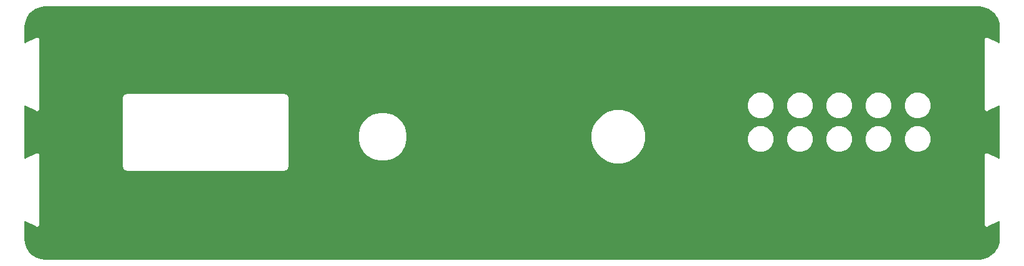
<source format=gbr>
G04 EAGLE Gerber RS-274X export*
G75*
%MOMM*%
%FSLAX34Y34*%
%LPD*%
%INTop Copper*%
%IPPOS*%
%AMOC8*
5,1,8,0,0,1.08239X$1,22.5*%
G01*
%ADD10C,4.316000*%

G36*
X1300022Y2543D02*
X1300022Y2543D01*
X1300100Y2545D01*
X1304197Y2867D01*
X1304264Y2881D01*
X1304333Y2885D01*
X1304489Y2925D01*
X1312282Y5457D01*
X1312390Y5508D01*
X1312500Y5551D01*
X1312551Y5584D01*
X1312570Y5593D01*
X1312586Y5606D01*
X1312636Y5638D01*
X1319265Y10454D01*
X1319352Y10535D01*
X1319443Y10611D01*
X1319482Y10658D01*
X1319497Y10672D01*
X1319508Y10689D01*
X1319546Y10735D01*
X1324362Y17364D01*
X1324420Y17468D01*
X1324483Y17568D01*
X1324506Y17625D01*
X1324516Y17643D01*
X1324521Y17662D01*
X1324543Y17718D01*
X1327075Y25511D01*
X1327088Y25579D01*
X1327110Y25644D01*
X1327133Y25803D01*
X1327455Y29900D01*
X1327454Y29922D01*
X1327459Y30000D01*
X1327459Y53835D01*
X1327447Y53929D01*
X1327445Y54024D01*
X1327428Y54086D01*
X1327419Y54151D01*
X1327385Y54239D01*
X1327359Y54330D01*
X1327326Y54386D01*
X1327302Y54447D01*
X1327247Y54523D01*
X1327199Y54605D01*
X1327154Y54651D01*
X1327116Y54704D01*
X1327043Y54764D01*
X1326976Y54832D01*
X1326921Y54865D01*
X1326871Y54907D01*
X1326785Y54947D01*
X1326704Y54996D01*
X1326642Y55015D01*
X1326583Y55042D01*
X1326490Y55060D01*
X1326399Y55087D01*
X1326334Y55090D01*
X1326271Y55102D01*
X1326176Y55096D01*
X1326082Y55100D01*
X1326018Y55086D01*
X1325953Y55082D01*
X1325863Y55053D01*
X1325771Y55033D01*
X1325668Y54990D01*
X1325651Y54984D01*
X1325642Y54979D01*
X1325622Y54971D01*
X1311689Y48004D01*
X1311587Y47935D01*
X1311480Y47873D01*
X1311441Y47838D01*
X1311425Y47827D01*
X1311411Y47811D01*
X1311359Y47766D01*
X1311052Y47459D01*
X1310899Y47459D01*
X1310845Y47452D01*
X1310791Y47455D01*
X1310688Y47433D01*
X1310584Y47419D01*
X1310533Y47399D01*
X1310480Y47388D01*
X1310332Y47325D01*
X1310195Y47257D01*
X1309783Y47394D01*
X1309662Y47418D01*
X1309542Y47449D01*
X1309490Y47452D01*
X1309471Y47456D01*
X1309450Y47455D01*
X1309382Y47459D01*
X1308948Y47459D01*
X1308839Y47567D01*
X1308796Y47601D01*
X1308759Y47641D01*
X1308671Y47698D01*
X1308588Y47762D01*
X1308538Y47784D01*
X1308492Y47814D01*
X1308343Y47874D01*
X1308198Y47922D01*
X1308004Y48311D01*
X1307935Y48413D01*
X1307873Y48520D01*
X1307838Y48559D01*
X1307827Y48575D01*
X1307811Y48589D01*
X1307766Y48641D01*
X1307459Y48948D01*
X1307459Y49101D01*
X1307452Y49155D01*
X1307455Y49209D01*
X1307433Y49312D01*
X1307419Y49416D01*
X1307399Y49467D01*
X1307388Y49520D01*
X1307325Y49668D01*
X1307257Y49805D01*
X1307394Y50217D01*
X1307418Y50338D01*
X1307449Y50458D01*
X1307452Y50510D01*
X1307456Y50529D01*
X1307455Y50550D01*
X1307459Y50618D01*
X1307459Y144382D01*
X1307444Y144504D01*
X1307435Y144627D01*
X1307422Y144678D01*
X1307419Y144697D01*
X1307412Y144717D01*
X1307394Y144783D01*
X1307257Y145195D01*
X1307325Y145332D01*
X1307343Y145383D01*
X1307370Y145431D01*
X1307396Y145533D01*
X1307431Y145632D01*
X1307435Y145686D01*
X1307449Y145739D01*
X1307459Y145899D01*
X1307459Y146052D01*
X1307766Y146359D01*
X1307842Y146457D01*
X1307923Y146550D01*
X1307949Y146596D01*
X1307961Y146611D01*
X1307970Y146630D01*
X1308004Y146689D01*
X1308198Y147078D01*
X1308343Y147126D01*
X1308392Y147149D01*
X1308445Y147165D01*
X1308535Y147218D01*
X1308630Y147263D01*
X1308672Y147299D01*
X1308719Y147326D01*
X1308839Y147433D01*
X1308948Y147541D01*
X1309382Y147541D01*
X1309504Y147556D01*
X1309627Y147565D01*
X1309678Y147578D01*
X1309697Y147581D01*
X1309717Y147588D01*
X1309783Y147606D01*
X1310195Y147743D01*
X1310332Y147675D01*
X1310383Y147657D01*
X1310431Y147630D01*
X1310533Y147604D01*
X1310632Y147569D01*
X1310686Y147565D01*
X1310739Y147551D01*
X1310899Y147541D01*
X1311052Y147541D01*
X1311359Y147234D01*
X1311457Y147158D01*
X1311550Y147077D01*
X1311596Y147051D01*
X1311611Y147039D01*
X1311630Y147030D01*
X1311689Y146996D01*
X1325622Y140029D01*
X1325712Y139998D01*
X1325797Y139958D01*
X1325861Y139946D01*
X1325922Y139924D01*
X1326017Y139916D01*
X1326110Y139898D01*
X1326174Y139902D01*
X1326239Y139896D01*
X1326333Y139912D01*
X1326427Y139918D01*
X1326489Y139938D01*
X1326553Y139948D01*
X1326640Y139987D01*
X1326729Y140016D01*
X1326784Y140051D01*
X1326844Y140077D01*
X1326918Y140135D01*
X1326998Y140186D01*
X1327043Y140233D01*
X1327094Y140274D01*
X1327151Y140349D01*
X1327216Y140418D01*
X1327247Y140474D01*
X1327287Y140526D01*
X1327324Y140613D01*
X1327370Y140696D01*
X1327386Y140759D01*
X1327411Y140819D01*
X1327425Y140913D01*
X1327449Y141004D01*
X1327456Y141115D01*
X1327459Y141133D01*
X1327458Y141143D01*
X1327459Y141165D01*
X1327459Y211335D01*
X1327447Y211429D01*
X1327445Y211524D01*
X1327428Y211586D01*
X1327419Y211651D01*
X1327385Y211739D01*
X1327359Y211830D01*
X1327326Y211886D01*
X1327302Y211947D01*
X1327247Y212023D01*
X1327199Y212105D01*
X1327154Y212151D01*
X1327116Y212204D01*
X1327043Y212264D01*
X1326976Y212332D01*
X1326921Y212365D01*
X1326871Y212407D01*
X1326785Y212447D01*
X1326704Y212496D01*
X1326642Y212515D01*
X1326583Y212542D01*
X1326490Y212560D01*
X1326399Y212587D01*
X1326334Y212590D01*
X1326271Y212602D01*
X1326176Y212596D01*
X1326082Y212600D01*
X1326018Y212586D01*
X1325953Y212582D01*
X1325863Y212553D01*
X1325771Y212533D01*
X1325668Y212490D01*
X1325651Y212484D01*
X1325642Y212479D01*
X1325622Y212471D01*
X1311689Y205504D01*
X1311630Y205465D01*
X1311628Y205464D01*
X1311619Y205457D01*
X1311587Y205435D01*
X1311480Y205373D01*
X1311441Y205338D01*
X1311425Y205327D01*
X1311411Y205311D01*
X1311374Y205279D01*
X1311371Y205277D01*
X1311370Y205275D01*
X1311359Y205266D01*
X1311052Y204959D01*
X1310899Y204959D01*
X1310845Y204952D01*
X1310791Y204955D01*
X1310688Y204933D01*
X1310584Y204919D01*
X1310533Y204899D01*
X1310480Y204888D01*
X1310332Y204825D01*
X1310195Y204757D01*
X1309783Y204894D01*
X1309662Y204918D01*
X1309542Y204949D01*
X1309490Y204952D01*
X1309471Y204956D01*
X1309450Y204955D01*
X1309382Y204959D01*
X1308948Y204959D01*
X1308839Y205067D01*
X1308796Y205101D01*
X1308759Y205141D01*
X1308671Y205198D01*
X1308588Y205262D01*
X1308538Y205284D01*
X1308492Y205314D01*
X1308343Y205374D01*
X1308198Y205422D01*
X1308004Y205811D01*
X1307935Y205913D01*
X1307873Y206020D01*
X1307838Y206059D01*
X1307827Y206075D01*
X1307811Y206089D01*
X1307766Y206141D01*
X1307459Y206448D01*
X1307459Y206601D01*
X1307452Y206655D01*
X1307455Y206709D01*
X1307433Y206812D01*
X1307419Y206916D01*
X1307399Y206967D01*
X1307388Y207020D01*
X1307325Y207168D01*
X1307257Y207305D01*
X1307394Y207717D01*
X1307418Y207838D01*
X1307449Y207958D01*
X1307452Y208010D01*
X1307456Y208029D01*
X1307455Y208050D01*
X1307459Y208118D01*
X1307459Y301882D01*
X1307444Y302004D01*
X1307435Y302127D01*
X1307422Y302178D01*
X1307419Y302197D01*
X1307412Y302217D01*
X1307394Y302283D01*
X1307257Y302695D01*
X1307325Y302832D01*
X1307343Y302883D01*
X1307370Y302931D01*
X1307396Y303033D01*
X1307431Y303132D01*
X1307435Y303186D01*
X1307449Y303239D01*
X1307459Y303399D01*
X1307459Y303552D01*
X1307766Y303859D01*
X1307842Y303957D01*
X1307923Y304050D01*
X1307949Y304096D01*
X1307961Y304111D01*
X1307970Y304130D01*
X1308004Y304189D01*
X1308198Y304578D01*
X1308343Y304626D01*
X1308392Y304649D01*
X1308445Y304665D01*
X1308535Y304718D01*
X1308630Y304763D01*
X1308672Y304798D01*
X1308719Y304826D01*
X1308839Y304933D01*
X1308948Y305041D01*
X1309382Y305041D01*
X1309504Y305056D01*
X1309627Y305065D01*
X1309678Y305078D01*
X1309697Y305081D01*
X1309717Y305088D01*
X1309783Y305106D01*
X1310195Y305243D01*
X1310332Y305175D01*
X1310383Y305157D01*
X1310431Y305130D01*
X1310533Y305104D01*
X1310632Y305069D01*
X1310686Y305065D01*
X1310739Y305051D01*
X1310899Y305041D01*
X1311052Y305041D01*
X1311359Y304734D01*
X1311457Y304658D01*
X1311550Y304577D01*
X1311596Y304551D01*
X1311611Y304539D01*
X1311630Y304530D01*
X1311689Y304496D01*
X1325622Y297529D01*
X1325712Y297498D01*
X1325797Y297458D01*
X1325861Y297446D01*
X1325922Y297424D01*
X1326017Y297416D01*
X1326110Y297398D01*
X1326174Y297402D01*
X1326239Y297396D01*
X1326333Y297412D01*
X1326427Y297418D01*
X1326489Y297438D01*
X1326553Y297448D01*
X1326640Y297487D01*
X1326729Y297516D01*
X1326784Y297551D01*
X1326844Y297577D01*
X1326918Y297635D01*
X1326998Y297686D01*
X1327043Y297733D01*
X1327094Y297774D01*
X1327151Y297849D01*
X1327216Y297918D01*
X1327247Y297974D01*
X1327287Y298026D01*
X1327324Y298113D01*
X1327370Y298196D01*
X1327386Y298259D01*
X1327411Y298319D01*
X1327425Y298413D01*
X1327449Y298504D01*
X1327456Y298615D01*
X1327459Y298633D01*
X1327458Y298643D01*
X1327459Y298665D01*
X1327459Y320000D01*
X1327457Y320022D01*
X1327455Y320100D01*
X1327133Y324197D01*
X1327119Y324264D01*
X1327115Y324333D01*
X1327075Y324489D01*
X1324543Y332282D01*
X1324492Y332390D01*
X1324449Y332500D01*
X1324416Y332551D01*
X1324407Y332570D01*
X1324394Y332586D01*
X1324362Y332636D01*
X1319546Y339265D01*
X1319465Y339352D01*
X1319389Y339443D01*
X1319342Y339482D01*
X1319328Y339497D01*
X1319311Y339508D01*
X1319265Y339546D01*
X1312636Y344362D01*
X1312532Y344420D01*
X1312432Y344483D01*
X1312375Y344506D01*
X1312357Y344516D01*
X1312338Y344521D01*
X1312282Y344543D01*
X1304489Y347075D01*
X1304421Y347088D01*
X1304356Y347110D01*
X1304197Y347133D01*
X1300100Y347455D01*
X1300078Y347454D01*
X1300000Y347459D01*
X30000Y347459D01*
X29978Y347457D01*
X29900Y347455D01*
X25803Y347133D01*
X25736Y347119D01*
X25667Y347115D01*
X25511Y347075D01*
X17718Y344543D01*
X17610Y344492D01*
X17500Y344449D01*
X17449Y344416D01*
X17430Y344407D01*
X17414Y344394D01*
X17364Y344362D01*
X10735Y339546D01*
X10648Y339465D01*
X10557Y339389D01*
X10518Y339342D01*
X10503Y339328D01*
X10492Y339311D01*
X10454Y339265D01*
X5638Y332636D01*
X5580Y332532D01*
X5517Y332432D01*
X5494Y332375D01*
X5484Y332357D01*
X5479Y332338D01*
X5457Y332282D01*
X2925Y324489D01*
X2912Y324421D01*
X2890Y324356D01*
X2867Y324197D01*
X2545Y320100D01*
X2546Y320078D01*
X2541Y320000D01*
X2541Y298665D01*
X2553Y298571D01*
X2555Y298476D01*
X2572Y298414D01*
X2581Y298349D01*
X2615Y298261D01*
X2641Y298170D01*
X2674Y298114D01*
X2698Y298053D01*
X2753Y297977D01*
X2801Y297895D01*
X2846Y297849D01*
X2884Y297796D01*
X2957Y297736D01*
X3024Y297668D01*
X3079Y297635D01*
X3129Y297593D01*
X3215Y297553D01*
X3296Y297504D01*
X3358Y297485D01*
X3417Y297458D01*
X3510Y297440D01*
X3601Y297413D01*
X3666Y297410D01*
X3729Y297398D01*
X3824Y297404D01*
X3918Y297400D01*
X3982Y297414D01*
X4047Y297418D01*
X4137Y297447D01*
X4229Y297467D01*
X4332Y297510D01*
X4349Y297516D01*
X4358Y297521D01*
X4378Y297529D01*
X18311Y304496D01*
X18413Y304565D01*
X18520Y304627D01*
X18559Y304662D01*
X18575Y304673D01*
X18589Y304689D01*
X18641Y304734D01*
X18948Y305041D01*
X19101Y305041D01*
X19155Y305048D01*
X19209Y305045D01*
X19312Y305067D01*
X19416Y305081D01*
X19467Y305101D01*
X19520Y305112D01*
X19668Y305175D01*
X19805Y305243D01*
X20217Y305106D01*
X20338Y305082D01*
X20458Y305051D01*
X20510Y305048D01*
X20529Y305044D01*
X20550Y305045D01*
X20618Y305041D01*
X21052Y305041D01*
X21161Y304933D01*
X21204Y304899D01*
X21241Y304859D01*
X21329Y304802D01*
X21412Y304738D01*
X21462Y304716D01*
X21508Y304686D01*
X21657Y304626D01*
X21802Y304578D01*
X21996Y304189D01*
X22064Y304087D01*
X22127Y303980D01*
X22162Y303941D01*
X22173Y303925D01*
X22189Y303911D01*
X22234Y303859D01*
X22541Y303552D01*
X22541Y303399D01*
X22548Y303345D01*
X22545Y303291D01*
X22567Y303188D01*
X22581Y303084D01*
X22601Y303033D01*
X22612Y302980D01*
X22675Y302832D01*
X22743Y302695D01*
X22606Y302283D01*
X22582Y302162D01*
X22551Y302042D01*
X22548Y301990D01*
X22544Y301971D01*
X22545Y301950D01*
X22541Y301882D01*
X22541Y208118D01*
X22556Y207996D01*
X22565Y207873D01*
X22578Y207822D01*
X22581Y207803D01*
X22588Y207783D01*
X22606Y207717D01*
X22743Y207305D01*
X22675Y207168D01*
X22657Y207117D01*
X22630Y207069D01*
X22604Y206968D01*
X22569Y206868D01*
X22565Y206814D01*
X22551Y206761D01*
X22541Y206601D01*
X22541Y206448D01*
X22234Y206141D01*
X22158Y206043D01*
X22077Y205950D01*
X22050Y205904D01*
X22039Y205889D01*
X22030Y205870D01*
X21996Y205811D01*
X21802Y205422D01*
X21657Y205374D01*
X21608Y205351D01*
X21555Y205335D01*
X21465Y205282D01*
X21370Y205237D01*
X21328Y205202D01*
X21281Y205174D01*
X21161Y205067D01*
X21052Y204959D01*
X20618Y204959D01*
X20496Y204944D01*
X20373Y204935D01*
X20322Y204922D01*
X20303Y204919D01*
X20283Y204912D01*
X20217Y204894D01*
X19805Y204757D01*
X19668Y204825D01*
X19617Y204843D01*
X19569Y204870D01*
X19468Y204896D01*
X19368Y204931D01*
X19314Y204935D01*
X19261Y204949D01*
X19101Y204959D01*
X18948Y204959D01*
X18641Y205266D01*
X18556Y205332D01*
X18507Y205378D01*
X18493Y205386D01*
X18450Y205423D01*
X18404Y205449D01*
X18389Y205461D01*
X18370Y205470D01*
X18311Y205504D01*
X4378Y212471D01*
X4288Y212502D01*
X4203Y212542D01*
X4139Y212554D01*
X4078Y212576D01*
X3983Y212584D01*
X3890Y212602D01*
X3826Y212598D01*
X3761Y212604D01*
X3667Y212588D01*
X3573Y212582D01*
X3511Y212562D01*
X3447Y212552D01*
X3360Y212513D01*
X3271Y212484D01*
X3216Y212449D01*
X3156Y212423D01*
X3082Y212365D01*
X3002Y212314D01*
X2957Y212267D01*
X2906Y212226D01*
X2849Y212151D01*
X2784Y212082D01*
X2753Y212026D01*
X2713Y211974D01*
X2676Y211886D01*
X2630Y211804D01*
X2614Y211741D01*
X2589Y211681D01*
X2575Y211587D01*
X2551Y211496D01*
X2544Y211385D01*
X2541Y211367D01*
X2542Y211357D01*
X2541Y211335D01*
X2541Y141165D01*
X2553Y141071D01*
X2555Y140976D01*
X2572Y140914D01*
X2581Y140849D01*
X2615Y140761D01*
X2641Y140670D01*
X2674Y140614D01*
X2698Y140553D01*
X2753Y140477D01*
X2801Y140395D01*
X2846Y140349D01*
X2884Y140296D01*
X2957Y140236D01*
X3024Y140168D01*
X3079Y140135D01*
X3129Y140093D01*
X3215Y140053D01*
X3296Y140004D01*
X3358Y139985D01*
X3417Y139958D01*
X3510Y139940D01*
X3601Y139913D01*
X3666Y139910D01*
X3729Y139898D01*
X3824Y139904D01*
X3918Y139900D01*
X3982Y139914D01*
X4047Y139918D01*
X4137Y139947D01*
X4229Y139967D01*
X4332Y140010D01*
X4349Y140016D01*
X4358Y140021D01*
X4378Y140029D01*
X18311Y146996D01*
X18413Y147065D01*
X18520Y147127D01*
X18559Y147162D01*
X18575Y147173D01*
X18589Y147189D01*
X18641Y147234D01*
X18948Y147541D01*
X19101Y147541D01*
X19155Y147548D01*
X19209Y147545D01*
X19312Y147567D01*
X19416Y147581D01*
X19467Y147601D01*
X19520Y147612D01*
X19668Y147675D01*
X19805Y147743D01*
X20217Y147606D01*
X20338Y147582D01*
X20458Y147551D01*
X20510Y147548D01*
X20529Y147544D01*
X20550Y147545D01*
X20618Y147541D01*
X21052Y147541D01*
X21161Y147433D01*
X21204Y147399D01*
X21241Y147359D01*
X21329Y147302D01*
X21412Y147238D01*
X21462Y147216D01*
X21508Y147186D01*
X21657Y147126D01*
X21802Y147078D01*
X21996Y146689D01*
X22065Y146587D01*
X22127Y146480D01*
X22162Y146441D01*
X22173Y146425D01*
X22189Y146411D01*
X22234Y146359D01*
X22541Y146052D01*
X22541Y145899D01*
X22548Y145845D01*
X22545Y145791D01*
X22567Y145688D01*
X22581Y145584D01*
X22601Y145533D01*
X22612Y145480D01*
X22675Y145332D01*
X22743Y145195D01*
X22606Y144783D01*
X22582Y144662D01*
X22551Y144542D01*
X22548Y144490D01*
X22544Y144471D01*
X22545Y144450D01*
X22541Y144382D01*
X22541Y50618D01*
X22556Y50496D01*
X22565Y50373D01*
X22578Y50322D01*
X22581Y50303D01*
X22588Y50283D01*
X22606Y50217D01*
X22743Y49805D01*
X22675Y49668D01*
X22657Y49617D01*
X22630Y49569D01*
X22604Y49468D01*
X22569Y49368D01*
X22565Y49314D01*
X22551Y49261D01*
X22541Y49101D01*
X22541Y48948D01*
X22234Y48641D01*
X22158Y48543D01*
X22077Y48450D01*
X22050Y48404D01*
X22039Y48389D01*
X22030Y48370D01*
X21996Y48311D01*
X21802Y47922D01*
X21657Y47874D01*
X21608Y47851D01*
X21555Y47835D01*
X21465Y47782D01*
X21370Y47737D01*
X21328Y47702D01*
X21281Y47674D01*
X21161Y47567D01*
X21052Y47459D01*
X20618Y47459D01*
X20496Y47444D01*
X20373Y47435D01*
X20322Y47422D01*
X20303Y47419D01*
X20283Y47412D01*
X20217Y47394D01*
X19805Y47257D01*
X19668Y47325D01*
X19617Y47343D01*
X19569Y47370D01*
X19468Y47396D01*
X19368Y47431D01*
X19314Y47435D01*
X19261Y47449D01*
X19101Y47459D01*
X18948Y47459D01*
X18641Y47766D01*
X18543Y47842D01*
X18450Y47923D01*
X18404Y47949D01*
X18389Y47961D01*
X18370Y47970D01*
X18311Y48004D01*
X4378Y54971D01*
X4288Y55002D01*
X4203Y55042D01*
X4139Y55054D01*
X4078Y55076D01*
X3983Y55084D01*
X3890Y55102D01*
X3826Y55098D01*
X3761Y55104D01*
X3667Y55088D01*
X3573Y55082D01*
X3511Y55062D01*
X3447Y55052D01*
X3360Y55013D01*
X3271Y54984D01*
X3216Y54949D01*
X3156Y54923D01*
X3082Y54865D01*
X3002Y54814D01*
X2957Y54767D01*
X2906Y54726D01*
X2849Y54651D01*
X2784Y54582D01*
X2753Y54526D01*
X2713Y54474D01*
X2676Y54387D01*
X2630Y54304D01*
X2614Y54241D01*
X2589Y54181D01*
X2575Y54087D01*
X2551Y53996D01*
X2544Y53885D01*
X2541Y53867D01*
X2542Y53857D01*
X2541Y53835D01*
X2541Y30000D01*
X2543Y29978D01*
X2545Y29900D01*
X2867Y25803D01*
X2881Y25736D01*
X2885Y25667D01*
X2925Y25511D01*
X5457Y17718D01*
X5508Y17610D01*
X5551Y17500D01*
X5584Y17449D01*
X5593Y17430D01*
X5606Y17414D01*
X5638Y17364D01*
X10454Y10735D01*
X10535Y10648D01*
X10611Y10557D01*
X10658Y10518D01*
X10672Y10503D01*
X10689Y10492D01*
X10735Y10454D01*
X10810Y10399D01*
X17364Y5638D01*
X17468Y5580D01*
X17568Y5517D01*
X17625Y5494D01*
X17643Y5484D01*
X17662Y5479D01*
X17718Y5457D01*
X25511Y2925D01*
X25579Y2912D01*
X25644Y2890D01*
X25803Y2867D01*
X29900Y2545D01*
X29922Y2546D01*
X30000Y2541D01*
X1300000Y2541D01*
X1300022Y2543D01*
G37*
%LPC*%
G36*
X141809Y123459D02*
X141809Y123459D01*
X138310Y125480D01*
X136289Y128979D01*
X136289Y223021D01*
X138310Y226520D01*
X141809Y228541D01*
X355851Y228541D01*
X359350Y226520D01*
X361371Y223021D01*
X361371Y128979D01*
X359350Y125480D01*
X355851Y123459D01*
X141809Y123459D01*
G37*
%LPD*%
%LPC*%
G36*
X804522Y133709D02*
X804522Y133709D01*
X795292Y136182D01*
X787017Y140960D01*
X780260Y147717D01*
X775482Y155992D01*
X773009Y165222D01*
X773009Y174778D01*
X775482Y184008D01*
X780260Y192283D01*
X787017Y199040D01*
X795292Y203818D01*
X804522Y206291D01*
X814078Y206291D01*
X823308Y203818D01*
X831583Y199040D01*
X838340Y192283D01*
X843118Y184008D01*
X845591Y174778D01*
X845591Y165222D01*
X843118Y155992D01*
X838340Y147717D01*
X831583Y140960D01*
X823308Y136182D01*
X814078Y133709D01*
X804522Y133709D01*
G37*
%LPD*%
%LPC*%
G36*
X485016Y137459D02*
X485016Y137459D01*
X476740Y139677D01*
X469319Y143961D01*
X463261Y150019D01*
X458977Y157440D01*
X456759Y165716D01*
X456759Y174284D01*
X458977Y182560D01*
X463261Y189981D01*
X469319Y196039D01*
X476740Y200323D01*
X485016Y202541D01*
X493584Y202541D01*
X501860Y200323D01*
X509281Y196039D01*
X515339Y189981D01*
X519623Y182560D01*
X521841Y174284D01*
X521841Y165716D01*
X519623Y157440D01*
X515339Y150019D01*
X509281Y143961D01*
X501860Y139677D01*
X493584Y137459D01*
X485016Y137459D01*
G37*
%LPD*%
%LPC*%
G36*
X1212491Y195059D02*
X1212491Y195059D01*
X1206044Y197730D01*
X1201110Y202664D01*
X1198439Y209111D01*
X1198439Y216089D01*
X1201110Y222536D01*
X1206044Y227470D01*
X1212491Y230141D01*
X1219469Y230141D01*
X1225916Y227470D01*
X1230850Y222536D01*
X1233521Y216089D01*
X1233521Y209111D01*
X1230850Y202664D01*
X1225916Y197730D01*
X1219469Y195059D01*
X1212491Y195059D01*
G37*
%LPD*%
%LPC*%
G36*
X1159151Y195059D02*
X1159151Y195059D01*
X1152704Y197730D01*
X1147770Y202664D01*
X1145099Y209111D01*
X1145099Y216089D01*
X1147770Y222536D01*
X1152704Y227470D01*
X1159151Y230141D01*
X1166129Y230141D01*
X1172576Y227470D01*
X1177510Y222536D01*
X1180181Y216089D01*
X1180181Y209111D01*
X1177510Y202664D01*
X1172576Y197730D01*
X1166129Y195059D01*
X1159151Y195059D01*
G37*
%LPD*%
%LPC*%
G36*
X1105811Y195059D02*
X1105811Y195059D01*
X1099364Y197730D01*
X1094430Y202664D01*
X1091759Y209111D01*
X1091759Y216089D01*
X1094430Y222536D01*
X1099364Y227470D01*
X1105811Y230141D01*
X1112789Y230141D01*
X1119236Y227470D01*
X1124170Y222536D01*
X1126841Y216089D01*
X1126841Y209111D01*
X1124170Y202664D01*
X1119236Y197730D01*
X1112789Y195059D01*
X1105811Y195059D01*
G37*
%LPD*%
%LPC*%
G36*
X1052511Y195059D02*
X1052511Y195059D01*
X1046064Y197730D01*
X1041130Y202664D01*
X1038459Y209111D01*
X1038459Y216089D01*
X1041130Y222536D01*
X1046064Y227470D01*
X1052511Y230141D01*
X1059489Y230141D01*
X1065936Y227470D01*
X1070870Y222536D01*
X1073541Y216089D01*
X1073541Y209111D01*
X1070870Y202664D01*
X1065936Y197730D01*
X1059489Y195059D01*
X1052511Y195059D01*
G37*
%LPD*%
%LPC*%
G36*
X999211Y195059D02*
X999211Y195059D01*
X992764Y197730D01*
X987830Y202664D01*
X985159Y209111D01*
X985159Y216089D01*
X987830Y222536D01*
X992764Y227470D01*
X999211Y230141D01*
X1006189Y230141D01*
X1012636Y227470D01*
X1017570Y222536D01*
X1020241Y216089D01*
X1020241Y209111D01*
X1017570Y202664D01*
X1012636Y197730D01*
X1006189Y195059D01*
X999211Y195059D01*
G37*
%LPD*%
%LPC*%
G36*
X1052511Y149359D02*
X1052511Y149359D01*
X1046064Y152030D01*
X1041130Y156964D01*
X1038459Y163411D01*
X1038459Y170389D01*
X1041130Y176836D01*
X1046064Y181770D01*
X1052511Y184441D01*
X1059489Y184441D01*
X1065936Y181770D01*
X1070870Y176836D01*
X1073541Y170389D01*
X1073541Y163411D01*
X1070870Y156964D01*
X1065936Y152030D01*
X1059489Y149359D01*
X1052511Y149359D01*
G37*
%LPD*%
%LPC*%
G36*
X999211Y149359D02*
X999211Y149359D01*
X992764Y152030D01*
X987830Y156964D01*
X985159Y163411D01*
X985159Y170389D01*
X987830Y176836D01*
X992764Y181770D01*
X999211Y184441D01*
X1006189Y184441D01*
X1012636Y181770D01*
X1017570Y176836D01*
X1020241Y170389D01*
X1020241Y163411D01*
X1017570Y156964D01*
X1012636Y152030D01*
X1006189Y149359D01*
X999211Y149359D01*
G37*
%LPD*%
%LPC*%
G36*
X1212491Y149359D02*
X1212491Y149359D01*
X1206044Y152030D01*
X1201110Y156964D01*
X1198439Y163411D01*
X1198439Y170389D01*
X1201110Y176836D01*
X1206044Y181770D01*
X1212491Y184441D01*
X1219469Y184441D01*
X1225916Y181770D01*
X1230850Y176836D01*
X1233521Y170389D01*
X1233521Y163411D01*
X1230850Y156964D01*
X1225916Y152030D01*
X1219469Y149359D01*
X1212491Y149359D01*
G37*
%LPD*%
%LPC*%
G36*
X1159151Y149359D02*
X1159151Y149359D01*
X1152704Y152030D01*
X1147770Y156964D01*
X1145099Y163411D01*
X1145099Y170389D01*
X1147770Y176836D01*
X1152704Y181770D01*
X1159151Y184441D01*
X1166129Y184441D01*
X1172576Y181770D01*
X1177510Y176836D01*
X1180181Y170389D01*
X1180181Y163411D01*
X1177510Y156964D01*
X1172576Y152030D01*
X1166129Y149359D01*
X1159151Y149359D01*
G37*
%LPD*%
%LPC*%
G36*
X1105811Y149359D02*
X1105811Y149359D01*
X1099364Y152030D01*
X1094430Y156964D01*
X1091759Y163411D01*
X1091759Y170389D01*
X1094430Y176836D01*
X1099364Y181770D01*
X1105811Y184441D01*
X1112789Y184441D01*
X1119236Y181770D01*
X1124170Y176836D01*
X1126841Y170389D01*
X1126841Y163411D01*
X1124170Y156964D01*
X1119236Y152030D01*
X1112789Y149359D01*
X1105811Y149359D01*
G37*
%LPD*%
D10*
X59210Y306600D03*
X59210Y56700D03*
X1269210Y56700D03*
X1269210Y306600D03*
M02*

</source>
